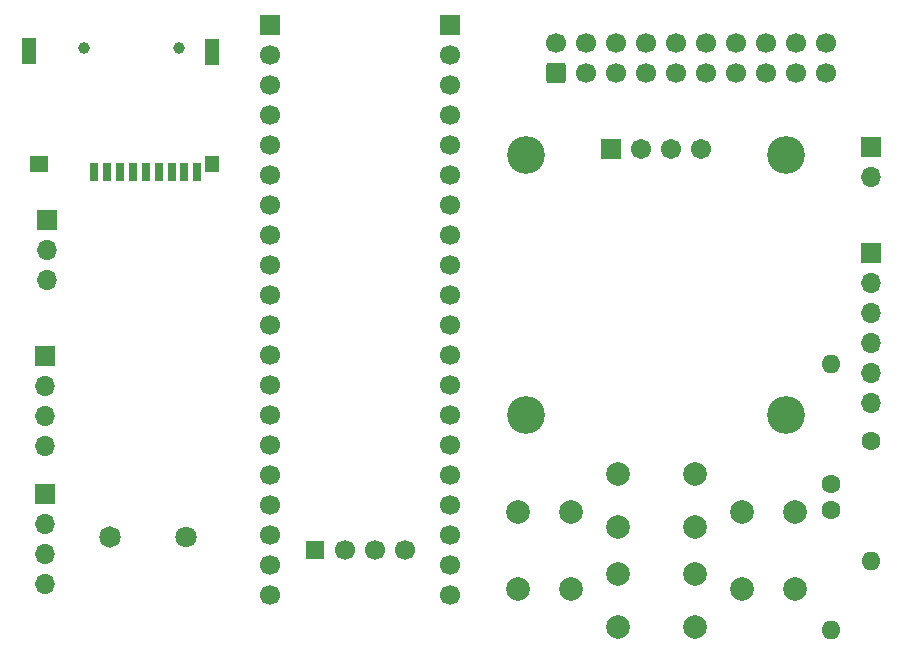
<source format=gbr>
%TF.GenerationSoftware,KiCad,Pcbnew,8.0.5*%
%TF.CreationDate,2024-11-21T15:57:14+01:00*%
%TF.ProjectId,sdiskII_stm32,73646973-6b49-4495-9f73-746d33322e6b,rev?*%
%TF.SameCoordinates,Original*%
%TF.FileFunction,Soldermask,Top*%
%TF.FilePolarity,Negative*%
%FSLAX46Y46*%
G04 Gerber Fmt 4.6, Leading zero omitted, Abs format (unit mm)*
G04 Created by KiCad (PCBNEW 8.0.5) date 2024-11-21 15:57:14*
%MOMM*%
%LPD*%
G01*
G04 APERTURE LIST*
G04 Aperture macros list*
%AMRoundRect*
0 Rectangle with rounded corners*
0 $1 Rounding radius*
0 $2 $3 $4 $5 $6 $7 $8 $9 X,Y pos of 4 corners*
0 Add a 4 corners polygon primitive as box body*
4,1,4,$2,$3,$4,$5,$6,$7,$8,$9,$2,$3,0*
0 Add four circle primitives for the rounded corners*
1,1,$1+$1,$2,$3*
1,1,$1+$1,$4,$5*
1,1,$1+$1,$6,$7*
1,1,$1+$1,$8,$9*
0 Add four rect primitives between the rounded corners*
20,1,$1+$1,$2,$3,$4,$5,0*
20,1,$1+$1,$4,$5,$6,$7,0*
20,1,$1+$1,$6,$7,$8,$9,0*
20,1,$1+$1,$8,$9,$2,$3,0*%
G04 Aperture macros list end*
%ADD10RoundRect,0.250000X0.600000X-0.600000X0.600000X0.600000X-0.600000X0.600000X-0.600000X-0.600000X0*%
%ADD11C,1.700000*%
%ADD12R,1.700000X1.700000*%
%ADD13O,1.700000X1.700000*%
%ADD14C,2.000000*%
%ADD15C,1.600000*%
%ADD16O,1.600000X1.600000*%
%ADD17C,1.824000*%
%ADD18C,1.800000*%
%ADD19R,1.524000X1.524000*%
%ADD20RoundRect,0.102000X-0.754000X-0.754000X0.754000X-0.754000X0.754000X0.754000X-0.754000X0.754000X0*%
%ADD21C,1.712000*%
%ADD22C,3.204000*%
%ADD23R,1.600000X1.400000*%
%ADD24C,1.000000*%
%ADD25R,1.200000X2.200000*%
%ADD26R,0.700000X1.600000*%
%ADD27R,1.200000X1.400000*%
G04 APERTURE END LIST*
D10*
%TO.C,J2*%
X178290000Y-92490000D03*
D11*
X178290000Y-89950000D03*
X180830000Y-92490000D03*
X180830000Y-89950000D03*
X183370000Y-92490000D03*
X183370000Y-89950000D03*
X185910000Y-92490000D03*
X185910000Y-89950000D03*
X188450000Y-92490000D03*
X188450000Y-89950000D03*
X190990000Y-92490000D03*
X190990000Y-89950000D03*
X193530000Y-92490000D03*
X193530000Y-89950000D03*
X196070000Y-92490000D03*
X196070000Y-89950000D03*
X198610000Y-92490000D03*
X198610000Y-89950000D03*
X201150000Y-92490000D03*
X201150000Y-89950000D03*
%TD*%
D12*
%TO.C,J3*%
X205000000Y-107710000D03*
D13*
X205000000Y-110250000D03*
X205000000Y-112790000D03*
X205000000Y-115330000D03*
X205000000Y-117870000D03*
X205000000Y-120410000D03*
%TD*%
D14*
%TO.C,UP1*%
X190040000Y-130950000D03*
X183540000Y-130950000D03*
X190040000Y-126450000D03*
X183540000Y-126450000D03*
%TD*%
D12*
%TO.C,J5*%
X135000000Y-116500000D03*
D13*
X135000000Y-119040000D03*
X135000000Y-121580000D03*
X135000000Y-124120000D03*
%TD*%
D15*
%TO.C,R1*%
X201600000Y-127330000D03*
D16*
X201600000Y-117170000D03*
%TD*%
D17*
%TO.C,BZ1*%
X140500000Y-131750000D03*
D18*
X147000000Y-131750000D03*
%TD*%
D12*
%TO.C,J4*%
X135240000Y-104975000D03*
D13*
X135240000Y-107515000D03*
X135240000Y-110055000D03*
%TD*%
D12*
%TO.C,\u03BCC1*%
X154050000Y-88440000D03*
D11*
X154050000Y-90980000D03*
X154050000Y-93520000D03*
X154050000Y-96060000D03*
X154050000Y-98600000D03*
X154050000Y-101140000D03*
X154050000Y-103680000D03*
X154050000Y-106220000D03*
X154050000Y-108760000D03*
X154050000Y-111300000D03*
X154050000Y-113840000D03*
X154050000Y-116380000D03*
X154050000Y-118920000D03*
X154050000Y-121460000D03*
X154050000Y-124000000D03*
X154050000Y-126540000D03*
X154050000Y-129080000D03*
X154050000Y-131620000D03*
X154050000Y-134160000D03*
X154050000Y-136700000D03*
X169290000Y-136700000D03*
X169290000Y-134160000D03*
X169290000Y-131620000D03*
X169290000Y-129080000D03*
X169290000Y-126540000D03*
X169290000Y-124000000D03*
X169290000Y-121460000D03*
X169290000Y-118920000D03*
X169290000Y-116380000D03*
X169290000Y-113840000D03*
X169290000Y-111300000D03*
X169290000Y-108760000D03*
X169290000Y-106220000D03*
X169290000Y-103680000D03*
X169290000Y-101140000D03*
X169290000Y-98600000D03*
X169290000Y-96060000D03*
X169290000Y-93520000D03*
X169290000Y-90980000D03*
D12*
X169290000Y-88440000D03*
D19*
X157860000Y-132890000D03*
D11*
X160400000Y-132890000D03*
X162940000Y-132890000D03*
X165480000Y-132890000D03*
%TD*%
D12*
%TO.C,J1*%
X205000000Y-98810000D03*
D13*
X205000000Y-101350000D03*
%TD*%
D14*
%TO.C,ENTR1*%
X198540000Y-129700000D03*
X198540000Y-136200000D03*
X194040000Y-129700000D03*
X194040000Y-136200000D03*
%TD*%
D12*
%TO.C,J6*%
X135000000Y-128180000D03*
D13*
X135000000Y-130720000D03*
X135000000Y-133260000D03*
X135000000Y-135800000D03*
%TD*%
D15*
%TO.C,R3*%
X204950000Y-123670000D03*
D16*
X204950000Y-133830000D03*
%TD*%
D20*
%TO.C,U8*%
X182980000Y-98950000D03*
D21*
X185520000Y-98950000D03*
X188060000Y-98950000D03*
X190600000Y-98950000D03*
D22*
X175790000Y-99450000D03*
X197790000Y-99450000D03*
X197790000Y-121450000D03*
X175790000Y-121450000D03*
%TD*%
D23*
%TO.C,U2*%
X134540000Y-100250000D03*
D24*
X138340000Y-90350000D03*
X146340000Y-90350000D03*
D25*
X149140000Y-90750000D03*
D26*
X139140000Y-100850000D03*
X140240000Y-100850000D03*
X141340000Y-100850000D03*
X142440000Y-100850000D03*
X143540000Y-100850000D03*
X144640000Y-100850000D03*
X145740000Y-100850000D03*
X146840000Y-100850000D03*
X147940000Y-100850000D03*
D27*
X149140000Y-100250000D03*
D25*
X133640000Y-90650000D03*
%TD*%
D15*
%TO.C,R2*%
X201600000Y-129500000D03*
D16*
X201600000Y-139660000D03*
%TD*%
D14*
%TO.C,RET1*%
X179540000Y-129700000D03*
X179540000Y-136200000D03*
X175040000Y-129700000D03*
X175040000Y-136200000D03*
%TD*%
%TO.C,DOWN1*%
X183540000Y-134950000D03*
X190040000Y-134950000D03*
X183540000Y-139450000D03*
X190040000Y-139450000D03*
%TD*%
M02*

</source>
